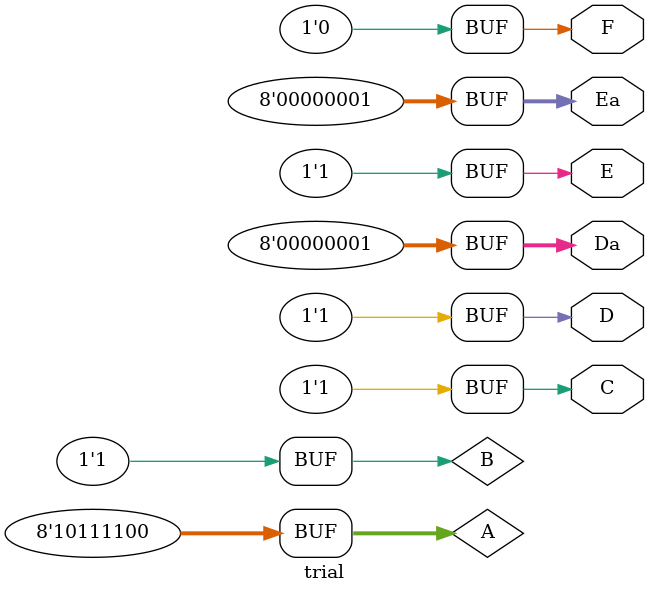
<source format=v>
`timescale 1ns / 1ps
module trial(
	 output C,
	 output D,
	 output E,
	 output F,
	 output [7:0] Da,
	 output [7:0] Ea
    );
	 
	wire [7:0] A = 8'b1011_1100;
	wire B = 1;
	
	assign C = ^A;				// 1
	assign D = ^A && B;		// 1
	assign E = ^A & B;		// 0
	assign F = ^(A & B);		// 0
	assign Da = ^A && B;	 	
	assign Ea = ^A & B;

endmodule

</source>
